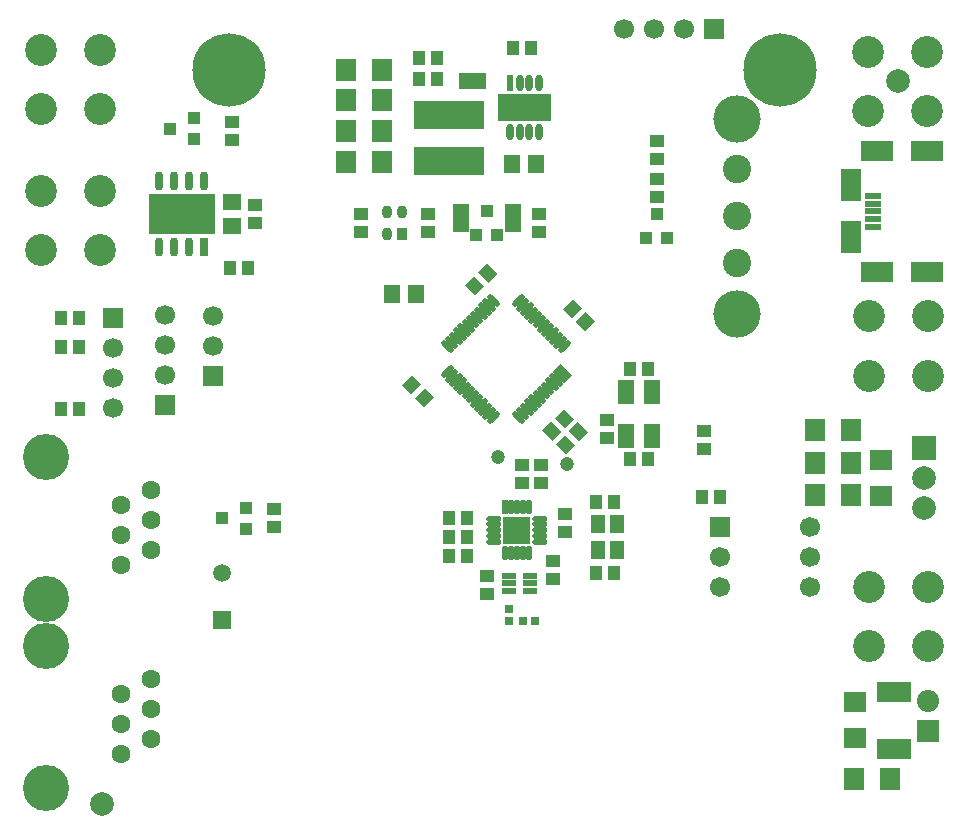
<source format=gbs>
G04 (created by PCBNEW (2013-07-07 BZR 4022)-stable) date 26/11/2014 23:59:09*
%MOIN*%
G04 Gerber Fmt 3.4, Leading zero omitted, Abs format*
%FSLAX34Y34*%
G01*
G70*
G90*
G04 APERTURE LIST*
%ADD10C,0.00590551*%
%ADD11R,0.106299X0.0669291*%
%ADD12R,0.0669291X0.106299*%
%ADD13R,0.0570866X0.023622*%
%ADD14R,0.078774X0.078774*%
%ADD15C,0.078774*%
%ADD16C,0.047274*%
%ADD17C,0.0944882*%
%ADD18C,0.15748*%
%ADD19R,0.043874X0.043874*%
%ADD20O,0.027874X0.062974*%
%ADD21R,0.027874X0.062974*%
%ADD22R,0.0511811X0.0511811*%
%ADD23R,0.046474X0.052874*%
%ADD24R,0.052874X0.046474*%
%ADD25R,0.035474X0.043274*%
%ADD26O,0.035474X0.043274*%
%ADD27C,0.153574*%
%ADD28C,0.062974*%
%ADD29R,0.067874X0.077874*%
%ADD30R,0.077874X0.067874*%
%ADD31R,0.047874X0.042874*%
%ADD32R,0.042874X0.047874*%
%ADD33C,0.0787402*%
%ADD34R,0.0188976X0.0511811*%
%ADD35O,0.0188976X0.0511811*%
%ADD36O,0.0511811X0.0188976*%
%ADD37C,0.019674*%
%ADD38R,0.073874X0.073874*%
%ADD39C,0.073874*%
%ADD40R,0.236174X0.092474*%
%ADD41R,0.0314961X0.0314961*%
%ADD42C,0.244074*%
%ADD43R,0.114174X0.066974*%
%ADD44R,0.066974X0.066974*%
%ADD45C,0.066974*%
%ADD46R,0.055074X0.082674*%
%ADD47R,0.0472441X0.0629921*%
%ADD48R,0.0669291X0.0669291*%
%ADD49C,0.0669291*%
%ADD50R,0.052874X0.062874*%
%ADD51R,0.062874X0.052874*%
%ADD52R,0.059074X0.059074*%
%ADD53C,0.059074*%
%ADD54R,0.0472441X0.0216535*%
%ADD55R,0.023622X0.0551181*%
%ADD56O,0.023622X0.0551181*%
%ADD57C,0.106299*%
G04 APERTURE END LIST*
G54D10*
G54D11*
X94114Y-27657D03*
X94114Y-31712D03*
X92460Y-27657D03*
X92460Y-31712D03*
G54D12*
X91594Y-28818D03*
X91594Y-30551D03*
G54D13*
X92332Y-29173D03*
X92332Y-29429D03*
X92332Y-29685D03*
X92332Y-29940D03*
X92332Y-30196D03*
G54D14*
X94015Y-37582D03*
G54D15*
X94015Y-38582D03*
X94015Y-39582D03*
G54D16*
X79842Y-37874D03*
X82125Y-38110D03*
G54D17*
X87795Y-28267D03*
X87795Y-29842D03*
X87795Y-31417D03*
G54D18*
X87795Y-26594D03*
X87795Y-33090D03*
G54D19*
X69691Y-27279D03*
X69691Y-26579D03*
X68891Y-26929D03*
X84768Y-30557D03*
X85468Y-30557D03*
X85118Y-29757D03*
X71423Y-40271D03*
X71423Y-39571D03*
X70623Y-39921D03*
X79098Y-30478D03*
X79798Y-30478D03*
X79448Y-29678D03*
G54D20*
X70041Y-28663D03*
G54D21*
X70041Y-30863D03*
G54D20*
X69541Y-28663D03*
X69041Y-28663D03*
X68541Y-28663D03*
X69541Y-30863D03*
X69041Y-30863D03*
X68541Y-30863D03*
G54D22*
X69291Y-29763D03*
X69291Y-29330D03*
X69291Y-30196D03*
X68858Y-29763D03*
X68425Y-29763D03*
X68858Y-29330D03*
X68425Y-29330D03*
X68425Y-30196D03*
X68858Y-30196D03*
X70157Y-29330D03*
X69724Y-29330D03*
X70157Y-29763D03*
X69724Y-29763D03*
X70157Y-30196D03*
X69724Y-30196D03*
G54D23*
X78744Y-25354D03*
X79208Y-25354D03*
G54D24*
X78582Y-30153D03*
X78582Y-29689D03*
G54D25*
X76633Y-30452D03*
G54D26*
X76121Y-30452D03*
X76121Y-29704D03*
X76633Y-29704D03*
G54D27*
X64763Y-44173D03*
X64763Y-48897D03*
G54D28*
X68263Y-46285D03*
X67263Y-46785D03*
X68263Y-47285D03*
X67263Y-45785D03*
X68264Y-45285D03*
X67264Y-47785D03*
G54D27*
X64763Y-37874D03*
X64763Y-42598D03*
G54D28*
X68263Y-39986D03*
X67263Y-40486D03*
X68263Y-40986D03*
X67263Y-39486D03*
X68264Y-38986D03*
X67264Y-41486D03*
G54D29*
X91683Y-48622D03*
X92883Y-48622D03*
G54D30*
X92598Y-39182D03*
X92598Y-37982D03*
X91732Y-46053D03*
X91732Y-47253D03*
G54D29*
X91584Y-38070D03*
X90384Y-38070D03*
X90384Y-39133D03*
X91584Y-39133D03*
G54D31*
X72362Y-40221D03*
X72362Y-39621D03*
G54D32*
X77180Y-25275D03*
X77780Y-25275D03*
G54D31*
X70944Y-27307D03*
X70944Y-26707D03*
G54D32*
X77780Y-24566D03*
X77180Y-24566D03*
X71481Y-31574D03*
X70881Y-31574D03*
X65851Y-33228D03*
X65251Y-33228D03*
X65851Y-34212D03*
X65251Y-34212D03*
X65851Y-36259D03*
X65251Y-36259D03*
X78803Y-40551D03*
X78203Y-40551D03*
X86629Y-39212D03*
X87229Y-39212D03*
G54D31*
X86692Y-37622D03*
X86692Y-37022D03*
X85118Y-28597D03*
X85118Y-29197D03*
X85118Y-27937D03*
X85118Y-27337D03*
X83464Y-36629D03*
X83464Y-37229D03*
G54D33*
X66614Y-49448D03*
X93149Y-25354D03*
G54D34*
X80061Y-39550D03*
G54D35*
X80257Y-39550D03*
X80454Y-39550D03*
X80651Y-39550D03*
X80848Y-39550D03*
G54D36*
X81222Y-39924D03*
X81222Y-40121D03*
X81222Y-40318D03*
X81222Y-40515D03*
X81222Y-40712D03*
G54D35*
X80848Y-41086D03*
X80651Y-41086D03*
X80454Y-41086D03*
X80257Y-41086D03*
X80061Y-41086D03*
G54D36*
X79687Y-40712D03*
X79687Y-40515D03*
X79687Y-40318D03*
X79687Y-40121D03*
X79687Y-39924D03*
G54D22*
X80238Y-40102D03*
X80238Y-40535D03*
X80671Y-40102D03*
X80671Y-40535D03*
G54D10*
G36*
X82304Y-35155D02*
X82165Y-35294D01*
X81776Y-34904D01*
X81915Y-34765D01*
X82304Y-35155D01*
X82304Y-35155D01*
G37*
G54D37*
X82026Y-35293D02*
X81776Y-35043D01*
X81887Y-35433D02*
X81637Y-35182D01*
X81748Y-35572D02*
X81498Y-35322D01*
X81609Y-35711D02*
X81358Y-35461D01*
X81469Y-35850D02*
X81219Y-35600D01*
X81330Y-35990D02*
X81080Y-35739D01*
X81191Y-36129D02*
X80940Y-35879D01*
X81052Y-36268D02*
X80802Y-36017D01*
X80913Y-36407D02*
X80662Y-36157D01*
X80773Y-36546D02*
X80523Y-36296D01*
X80635Y-36686D02*
X80385Y-36436D01*
X79547Y-36685D02*
X79798Y-36435D01*
X79409Y-36546D02*
X79659Y-36296D01*
X79269Y-36407D02*
X79520Y-36157D01*
X79130Y-36268D02*
X79380Y-36017D01*
X78991Y-36128D02*
X79241Y-35878D01*
X78852Y-35989D02*
X79102Y-35739D01*
X78712Y-35850D02*
X78963Y-35599D01*
X78574Y-35711D02*
X78824Y-35461D01*
X78434Y-35572D02*
X78685Y-35322D01*
X78295Y-35433D02*
X78545Y-35182D01*
X78156Y-35294D02*
X78407Y-35044D01*
X78017Y-35155D02*
X78267Y-34904D01*
X78267Y-34320D02*
X78016Y-34069D01*
X78406Y-34180D02*
X78156Y-33930D01*
X78545Y-34041D02*
X78295Y-33791D01*
X78685Y-33902D02*
X78434Y-33651D01*
X78824Y-33762D02*
X78574Y-33512D01*
X78963Y-33623D02*
X78713Y-33373D01*
X79103Y-33484D02*
X78852Y-33233D01*
X79241Y-33345D02*
X78991Y-33095D01*
X79380Y-33206D02*
X79130Y-32956D01*
X79520Y-33067D02*
X79269Y-32816D01*
X79659Y-32927D02*
X79409Y-32677D01*
X79798Y-32788D02*
X79548Y-32538D01*
X80383Y-32789D02*
X80633Y-32538D01*
X80522Y-32928D02*
X80773Y-32678D01*
X80662Y-33067D02*
X80912Y-32817D01*
X80801Y-33207D02*
X81051Y-32956D01*
X80940Y-33346D02*
X81191Y-33096D01*
X81080Y-33485D02*
X81330Y-33235D01*
X81218Y-33624D02*
X81469Y-33373D01*
X81358Y-33763D02*
X81608Y-33513D01*
X81497Y-33902D02*
X81747Y-33652D01*
X81636Y-34042D02*
X81886Y-33791D01*
X81775Y-34181D02*
X82026Y-33931D01*
X81915Y-34320D02*
X82165Y-34070D01*
G54D38*
X94173Y-46996D03*
G54D39*
X94173Y-45996D03*
G54D40*
X78188Y-26486D03*
X78188Y-28002D03*
G54D41*
X80196Y-43346D03*
X80196Y-42952D03*
G54D42*
X89212Y-24960D03*
X70866Y-24960D03*
G54D43*
X93031Y-47598D03*
X93031Y-45708D03*
G54D44*
X87240Y-40220D03*
G54D45*
X87240Y-41220D03*
X87240Y-42220D03*
X90240Y-42220D03*
X90240Y-41220D03*
X90240Y-40220D03*
G54D46*
X84967Y-35715D03*
X84967Y-37171D03*
X84101Y-37171D03*
X84101Y-35715D03*
G54D47*
X83779Y-40118D03*
X83779Y-40984D03*
X83149Y-40984D03*
X83149Y-40118D03*
G54D48*
X68740Y-36145D03*
G54D49*
X68740Y-35145D03*
X68740Y-34145D03*
X68740Y-33145D03*
G54D48*
X87011Y-23622D03*
G54D49*
X86011Y-23622D03*
X85011Y-23622D03*
X84011Y-23622D03*
G54D48*
X70314Y-35173D03*
G54D49*
X70314Y-34173D03*
X70314Y-33173D03*
G54D29*
X90384Y-36968D03*
X91584Y-36968D03*
X75954Y-27007D03*
X74754Y-27007D03*
X75954Y-25984D03*
X74754Y-25984D03*
X75954Y-24960D03*
X74754Y-24960D03*
X75954Y-28031D03*
X74754Y-28031D03*
G54D50*
X77086Y-32453D03*
X76286Y-32453D03*
G54D51*
X70944Y-29363D03*
X70944Y-30163D03*
G54D50*
X81108Y-28110D03*
X80308Y-28110D03*
G54D32*
X84834Y-34947D03*
X84234Y-34947D03*
G54D10*
G36*
X82089Y-37777D02*
X81750Y-37438D01*
X82053Y-37135D01*
X82392Y-37473D01*
X82089Y-37777D01*
X82089Y-37777D01*
G37*
G36*
X82513Y-37352D02*
X82174Y-37014D01*
X82477Y-36711D01*
X82816Y-37049D01*
X82513Y-37352D01*
X82513Y-37352D01*
G37*
G54D32*
X84234Y-37939D03*
X84834Y-37939D03*
G54D10*
G36*
X81639Y-37327D02*
X81301Y-36989D01*
X81604Y-36686D01*
X81942Y-37024D01*
X81639Y-37327D01*
X81639Y-37327D01*
G37*
G36*
X82063Y-36903D02*
X81725Y-36564D01*
X82028Y-36261D01*
X82367Y-36600D01*
X82063Y-36903D01*
X82063Y-36903D01*
G37*
G54D31*
X81181Y-30378D03*
X81181Y-29778D03*
G54D32*
X83685Y-39370D03*
X83085Y-39370D03*
G54D10*
G36*
X83052Y-33344D02*
X82714Y-33682D01*
X82410Y-33379D01*
X82749Y-33040D01*
X83052Y-33344D01*
X83052Y-33344D01*
G37*
G36*
X82628Y-32919D02*
X82289Y-33258D01*
X81986Y-32955D01*
X82325Y-32616D01*
X82628Y-32919D01*
X82628Y-32919D01*
G37*
G36*
X76632Y-35474D02*
X76970Y-35136D01*
X77274Y-35439D01*
X76935Y-35778D01*
X76632Y-35474D01*
X76632Y-35474D01*
G37*
G36*
X77056Y-35899D02*
X77395Y-35560D01*
X77698Y-35863D01*
X77359Y-36202D01*
X77056Y-35899D01*
X77056Y-35899D01*
G37*
G54D32*
X80329Y-24251D03*
X80929Y-24251D03*
X83085Y-41732D03*
X83685Y-41732D03*
G54D31*
X77480Y-29778D03*
X77480Y-30378D03*
X75275Y-29778D03*
X75275Y-30378D03*
X71732Y-29463D03*
X71732Y-30063D03*
X81259Y-38725D03*
X81259Y-38125D03*
G54D32*
X78803Y-41181D03*
X78203Y-41181D03*
G54D31*
X79448Y-41825D03*
X79448Y-42425D03*
X81653Y-41353D03*
X81653Y-41953D03*
X80629Y-38725D03*
X80629Y-38125D03*
X82047Y-40378D03*
X82047Y-39778D03*
G54D32*
X78803Y-39921D03*
X78203Y-39921D03*
G54D10*
G36*
X79452Y-31418D02*
X79791Y-31756D01*
X79488Y-32060D01*
X79149Y-31721D01*
X79452Y-31418D01*
X79452Y-31418D01*
G37*
G36*
X79028Y-31842D02*
X79366Y-32181D01*
X79063Y-32484D01*
X78725Y-32145D01*
X79028Y-31842D01*
X79028Y-31842D01*
G37*
G54D41*
X80669Y-43346D03*
X81062Y-43346D03*
G54D52*
X70629Y-43306D03*
G54D53*
X70629Y-41732D03*
G54D54*
X80196Y-42342D03*
X80196Y-42086D03*
X80196Y-41830D03*
X80905Y-41830D03*
X80905Y-42086D03*
X80905Y-42342D03*
G54D22*
X80492Y-26437D03*
X80925Y-26437D03*
X80492Y-26003D03*
X80925Y-26003D03*
X80059Y-26437D03*
X80059Y-26003D03*
X81358Y-26437D03*
X81358Y-26003D03*
G54D55*
X80236Y-25393D03*
G54D56*
X80551Y-25393D03*
X80866Y-25393D03*
X81181Y-25393D03*
X81181Y-27047D03*
X80866Y-27047D03*
X80551Y-27047D03*
X80236Y-27047D03*
G54D48*
X67007Y-33224D03*
G54D49*
X67007Y-34224D03*
X67007Y-35224D03*
X67007Y-36224D03*
G54D57*
X92165Y-26338D03*
X94133Y-26338D03*
X94133Y-24370D03*
X92165Y-24370D03*
X66574Y-29015D03*
X64606Y-29015D03*
X64606Y-30984D03*
X66574Y-30984D03*
X92204Y-44173D03*
X94173Y-44173D03*
X94173Y-42204D03*
X92204Y-42204D03*
X92204Y-35157D03*
X94173Y-35157D03*
X94173Y-33188D03*
X92204Y-33188D03*
X66574Y-24291D03*
X64606Y-24291D03*
X64606Y-26259D03*
X66574Y-26259D03*
G54D24*
X80314Y-29689D03*
X80314Y-30153D03*
M02*

</source>
